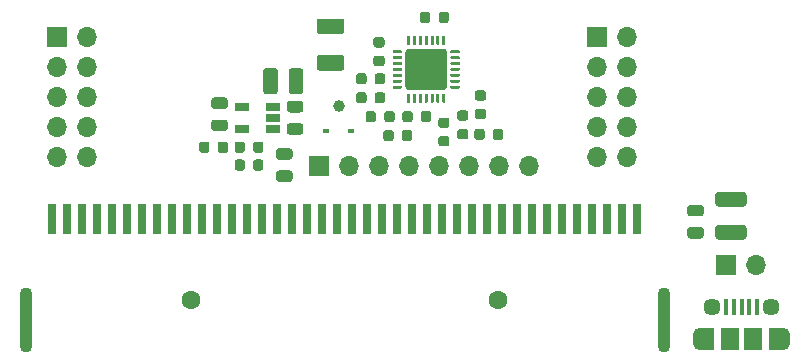
<source format=gbr>
%TF.GenerationSoftware,KiCad,Pcbnew,5.99.0-unknown-4354fa7bd~104~ubuntu20.04.1*%
%TF.CreationDate,2020-09-06T22:51:51+02:00*%
%TF.ProjectId,matrixctl,6d617472-6978-4637-946c-2e6b69636164,rev?*%
%TF.SameCoordinates,Original*%
%TF.FileFunction,Soldermask,Top*%
%TF.FilePolarity,Negative*%
%FSLAX46Y46*%
G04 Gerber Fmt 4.6, Leading zero omitted, Abs format (unit mm)*
G04 Created by KiCad (PCBNEW 5.99.0-unknown-4354fa7bd~104~ubuntu20.04.1) date 2020-09-06 22:51:51*
%MOMM*%
%LPD*%
G01*
G04 APERTURE LIST*
%ADD10R,1.700000X1.700000*%
%ADD11O,1.700000X1.700000*%
%ADD12C,1.000000*%
%ADD13R,0.600000X0.450000*%
%ADD14R,1.220000X0.650000*%
%ADD15C,1.600000*%
%ADD16R,0.800000X2.500000*%
%ADD17O,1.100000X5.500000*%
%ADD18R,0.400000X1.350000*%
%ADD19R,1.200000X1.900000*%
%ADD20C,1.450000*%
%ADD21R,1.500000X1.900000*%
%ADD22O,1.200000X1.900000*%
G04 APERTURE END LIST*
%TO.C,R106*%
G36*
G01*
X131543750Y-113675000D02*
X132056250Y-113675000D01*
G75*
G02*
X132275000Y-113893750I0J-218750D01*
G01*
X132275000Y-114331250D01*
G75*
G02*
X132056250Y-114550000I-218750J0D01*
G01*
X131543750Y-114550000D01*
G75*
G02*
X131325000Y-114331250I0J218750D01*
G01*
X131325000Y-113893750D01*
G75*
G02*
X131543750Y-113675000I218750J0D01*
G01*
G37*
G36*
G01*
X131543750Y-115250000D02*
X132056250Y-115250000D01*
G75*
G02*
X132275000Y-115468750I0J-218750D01*
G01*
X132275000Y-115906250D01*
G75*
G02*
X132056250Y-116125000I-218750J0D01*
G01*
X131543750Y-116125000D01*
G75*
G02*
X131325000Y-115906250I0J218750D01*
G01*
X131325000Y-115468750D01*
G75*
G02*
X131543750Y-115250000I218750J0D01*
G01*
G37*
%TD*%
%TO.C,R2*%
G36*
G01*
X113525000Y-115943750D02*
X113525000Y-116456250D01*
G75*
G02*
X113306250Y-116675000I-218750J0D01*
G01*
X112868750Y-116675000D01*
G75*
G02*
X112650000Y-116456250I0J218750D01*
G01*
X112650000Y-115943750D01*
G75*
G02*
X112868750Y-115725000I218750J0D01*
G01*
X113306250Y-115725000D01*
G75*
G02*
X113525000Y-115943750I0J-218750D01*
G01*
G37*
G36*
G01*
X111950000Y-115943750D02*
X111950000Y-116456250D01*
G75*
G02*
X111731250Y-116675000I-218750J0D01*
G01*
X111293750Y-116675000D01*
G75*
G02*
X111075000Y-116456250I0J218750D01*
G01*
X111075000Y-115943750D01*
G75*
G02*
X111293750Y-115725000I218750J0D01*
G01*
X111731250Y-115725000D01*
G75*
G02*
X111950000Y-115943750I0J-218750D01*
G01*
G37*
%TD*%
%TO.C,FB102*%
G36*
G01*
X118756250Y-119125000D02*
X117843750Y-119125000D01*
G75*
G02*
X117600000Y-118881250I0J243750D01*
G01*
X117600000Y-118393750D01*
G75*
G02*
X117843750Y-118150000I243750J0D01*
G01*
X118756250Y-118150000D01*
G75*
G02*
X119000000Y-118393750I0J-243750D01*
G01*
X119000000Y-118881250D01*
G75*
G02*
X118756250Y-119125000I-243750J0D01*
G01*
G37*
G36*
G01*
X118756250Y-117250000D02*
X117843750Y-117250000D01*
G75*
G02*
X117600000Y-117006250I0J243750D01*
G01*
X117600000Y-116518750D01*
G75*
G02*
X117843750Y-116275000I243750J0D01*
G01*
X118756250Y-116275000D01*
G75*
G02*
X119000000Y-116518750I0J-243750D01*
G01*
X119000000Y-117006250D01*
G75*
G02*
X118756250Y-117250000I-243750J0D01*
G01*
G37*
%TD*%
D10*
%TO.C,J103*%
X121200000Y-117800000D03*
D11*
X123740000Y-117800000D03*
X126280000Y-117800000D03*
X128820000Y-117800000D03*
X131360000Y-117800000D03*
X133900000Y-117800000D03*
X136440000Y-117800000D03*
X138980000Y-117800000D03*
%TD*%
%TO.C,C2*%
G36*
G01*
X116525000Y-115943750D02*
X116525000Y-116456250D01*
G75*
G02*
X116306250Y-116675000I-218750J0D01*
G01*
X115868750Y-116675000D01*
G75*
G02*
X115650000Y-116456250I0J218750D01*
G01*
X115650000Y-115943750D01*
G75*
G02*
X115868750Y-115725000I218750J0D01*
G01*
X116306250Y-115725000D01*
G75*
G02*
X116525000Y-115943750I0J-218750D01*
G01*
G37*
G36*
G01*
X114950000Y-115943750D02*
X114950000Y-116456250D01*
G75*
G02*
X114731250Y-116675000I-218750J0D01*
G01*
X114293750Y-116675000D01*
G75*
G02*
X114075000Y-116456250I0J218750D01*
G01*
X114075000Y-115943750D01*
G75*
G02*
X114293750Y-115725000I218750J0D01*
G01*
X114731250Y-115725000D01*
G75*
G02*
X114950000Y-115943750I0J-218750D01*
G01*
G37*
%TD*%
%TO.C,C101*%
G36*
G01*
X123125000Y-109700000D02*
X121275000Y-109700000D01*
G75*
G02*
X121025000Y-109450000I0J250000D01*
G01*
X121025000Y-108625000D01*
G75*
G02*
X121275000Y-108375000I250000J0D01*
G01*
X123125000Y-108375000D01*
G75*
G02*
X123375000Y-108625000I0J-250000D01*
G01*
X123375000Y-109450000D01*
G75*
G02*
X123125000Y-109700000I-250000J0D01*
G01*
G37*
G36*
G01*
X123125000Y-106625000D02*
X121275000Y-106625000D01*
G75*
G02*
X121025000Y-106375000I0J250000D01*
G01*
X121025000Y-105550000D01*
G75*
G02*
X121275000Y-105300000I250000J0D01*
G01*
X123125000Y-105300000D01*
G75*
G02*
X123375000Y-105550000I0J-250000D01*
G01*
X123375000Y-106375000D01*
G75*
G02*
X123125000Y-106625000I-250000J0D01*
G01*
G37*
%TD*%
%TO.C,R112*%
G36*
G01*
X133656250Y-115525000D02*
X133143750Y-115525000D01*
G75*
G02*
X132925000Y-115306250I0J218750D01*
G01*
X132925000Y-114868750D01*
G75*
G02*
X133143750Y-114650000I218750J0D01*
G01*
X133656250Y-114650000D01*
G75*
G02*
X133875000Y-114868750I0J-218750D01*
G01*
X133875000Y-115306250D01*
G75*
G02*
X133656250Y-115525000I-218750J0D01*
G01*
G37*
G36*
G01*
X133656250Y-113950000D02*
X133143750Y-113950000D01*
G75*
G02*
X132925000Y-113731250I0J218750D01*
G01*
X132925000Y-113293750D01*
G75*
G02*
X133143750Y-113075000I218750J0D01*
G01*
X133656250Y-113075000D01*
G75*
G02*
X133875000Y-113293750I0J-218750D01*
G01*
X133875000Y-113731250D01*
G75*
G02*
X133656250Y-113950000I-218750J0D01*
G01*
G37*
%TD*%
%TO.C,R103*%
G36*
G01*
X128275000Y-113856250D02*
X128275000Y-113343750D01*
G75*
G02*
X128493750Y-113125000I218750J0D01*
G01*
X128931250Y-113125000D01*
G75*
G02*
X129150000Y-113343750I0J-218750D01*
G01*
X129150000Y-113856250D01*
G75*
G02*
X128931250Y-114075000I-218750J0D01*
G01*
X128493750Y-114075000D01*
G75*
G02*
X128275000Y-113856250I0J218750D01*
G01*
G37*
G36*
G01*
X129850000Y-113856250D02*
X129850000Y-113343750D01*
G75*
G02*
X130068750Y-113125000I218750J0D01*
G01*
X130506250Y-113125000D01*
G75*
G02*
X130725000Y-113343750I0J-218750D01*
G01*
X130725000Y-113856250D01*
G75*
G02*
X130506250Y-114075000I-218750J0D01*
G01*
X130068750Y-114075000D01*
G75*
G02*
X129850000Y-113856250I0J218750D01*
G01*
G37*
%TD*%
D12*
%TO.C,TP101*%
X122900000Y-112700000D03*
%TD*%
%TO.C,R1*%
G36*
G01*
X116525000Y-117443750D02*
X116525000Y-117956250D01*
G75*
G02*
X116306250Y-118175000I-218750J0D01*
G01*
X115868750Y-118175000D01*
G75*
G02*
X115650000Y-117956250I0J218750D01*
G01*
X115650000Y-117443750D01*
G75*
G02*
X115868750Y-117225000I218750J0D01*
G01*
X116306250Y-117225000D01*
G75*
G02*
X116525000Y-117443750I0J-218750D01*
G01*
G37*
G36*
G01*
X114950000Y-117443750D02*
X114950000Y-117956250D01*
G75*
G02*
X114731250Y-118175000I-218750J0D01*
G01*
X114293750Y-118175000D01*
G75*
G02*
X114075000Y-117956250I0J218750D01*
G01*
X114075000Y-117443750D01*
G75*
G02*
X114293750Y-117225000I218750J0D01*
G01*
X114731250Y-117225000D01*
G75*
G02*
X114950000Y-117443750I0J-218750D01*
G01*
G37*
%TD*%
%TO.C,C3*%
G36*
G01*
X112343750Y-111975000D02*
X113256250Y-111975000D01*
G75*
G02*
X113500000Y-112218750I0J-243750D01*
G01*
X113500000Y-112706250D01*
G75*
G02*
X113256250Y-112950000I-243750J0D01*
G01*
X112343750Y-112950000D01*
G75*
G02*
X112100000Y-112706250I0J243750D01*
G01*
X112100000Y-112218750D01*
G75*
G02*
X112343750Y-111975000I243750J0D01*
G01*
G37*
G36*
G01*
X112343750Y-113850000D02*
X113256250Y-113850000D01*
G75*
G02*
X113500000Y-114093750I0J-243750D01*
G01*
X113500000Y-114581250D01*
G75*
G02*
X113256250Y-114825000I-243750J0D01*
G01*
X112343750Y-114825000D01*
G75*
G02*
X112100000Y-114581250I0J243750D01*
G01*
X112100000Y-114093750D01*
G75*
G02*
X112343750Y-113850000I243750J0D01*
G01*
G37*
%TD*%
%TO.C,R101*%
G36*
G01*
X134375000Y-115356250D02*
X134375000Y-114843750D01*
G75*
G02*
X134593750Y-114625000I218750J0D01*
G01*
X135031250Y-114625000D01*
G75*
G02*
X135250000Y-114843750I0J-218750D01*
G01*
X135250000Y-115356250D01*
G75*
G02*
X135031250Y-115575000I-218750J0D01*
G01*
X134593750Y-115575000D01*
G75*
G02*
X134375000Y-115356250I0J218750D01*
G01*
G37*
G36*
G01*
X135950000Y-115356250D02*
X135950000Y-114843750D01*
G75*
G02*
X136168750Y-114625000I218750J0D01*
G01*
X136606250Y-114625000D01*
G75*
G02*
X136825000Y-114843750I0J-218750D01*
G01*
X136825000Y-115356250D01*
G75*
G02*
X136606250Y-115575000I-218750J0D01*
G01*
X136168750Y-115575000D01*
G75*
G02*
X135950000Y-115356250I0J218750D01*
G01*
G37*
%TD*%
%TO.C,L1*%
G36*
G01*
X116500000Y-111450000D02*
X116500000Y-109750000D01*
G75*
G02*
X116750000Y-109500000I250000J0D01*
G01*
X117500000Y-109500000D01*
G75*
G02*
X117750000Y-109750000I0J-250000D01*
G01*
X117750000Y-111450000D01*
G75*
G02*
X117500000Y-111700000I-250000J0D01*
G01*
X116750000Y-111700000D01*
G75*
G02*
X116500000Y-111450000I0J250000D01*
G01*
G37*
G36*
G01*
X118650000Y-111450000D02*
X118650000Y-109750000D01*
G75*
G02*
X118900000Y-109500000I250000J0D01*
G01*
X119650000Y-109500000D01*
G75*
G02*
X119900000Y-109750000I0J-250000D01*
G01*
X119900000Y-111450000D01*
G75*
G02*
X119650000Y-111700000I-250000J0D01*
G01*
X118900000Y-111700000D01*
G75*
G02*
X118650000Y-111450000I0J250000D01*
G01*
G37*
%TD*%
D13*
%TO.C,D101*%
X123950000Y-114800000D03*
X121850000Y-114800000D03*
%TD*%
%TO.C,FB101*%
G36*
G01*
X153556250Y-123925000D02*
X152643750Y-123925000D01*
G75*
G02*
X152400000Y-123681250I0J243750D01*
G01*
X152400000Y-123193750D01*
G75*
G02*
X152643750Y-122950000I243750J0D01*
G01*
X153556250Y-122950000D01*
G75*
G02*
X153800000Y-123193750I0J-243750D01*
G01*
X153800000Y-123681250D01*
G75*
G02*
X153556250Y-123925000I-243750J0D01*
G01*
G37*
G36*
G01*
X153556250Y-122050000D02*
X152643750Y-122050000D01*
G75*
G02*
X152400000Y-121806250I0J243750D01*
G01*
X152400000Y-121318750D01*
G75*
G02*
X152643750Y-121075000I243750J0D01*
G01*
X153556250Y-121075000D01*
G75*
G02*
X153800000Y-121318750I0J-243750D01*
G01*
X153800000Y-121806250D01*
G75*
G02*
X153556250Y-122050000I-243750J0D01*
G01*
G37*
%TD*%
%TO.C,R102*%
G36*
G01*
X135156250Y-113825000D02*
X134643750Y-113825000D01*
G75*
G02*
X134425000Y-113606250I0J218750D01*
G01*
X134425000Y-113168750D01*
G75*
G02*
X134643750Y-112950000I218750J0D01*
G01*
X135156250Y-112950000D01*
G75*
G02*
X135375000Y-113168750I0J-218750D01*
G01*
X135375000Y-113606250D01*
G75*
G02*
X135156250Y-113825000I-218750J0D01*
G01*
G37*
G36*
G01*
X135156250Y-112250000D02*
X134643750Y-112250000D01*
G75*
G02*
X134425000Y-112031250I0J218750D01*
G01*
X134425000Y-111593750D01*
G75*
G02*
X134643750Y-111375000I218750J0D01*
G01*
X135156250Y-111375000D01*
G75*
G02*
X135375000Y-111593750I0J-218750D01*
G01*
X135375000Y-112031250D01*
G75*
G02*
X135156250Y-112250000I-218750J0D01*
G01*
G37*
%TD*%
%TO.C,C105*%
G36*
G01*
X127625000Y-113343750D02*
X127625000Y-113856250D01*
G75*
G02*
X127406250Y-114075000I-218750J0D01*
G01*
X126968750Y-114075000D01*
G75*
G02*
X126750000Y-113856250I0J218750D01*
G01*
X126750000Y-113343750D01*
G75*
G02*
X126968750Y-113125000I218750J0D01*
G01*
X127406250Y-113125000D01*
G75*
G02*
X127625000Y-113343750I0J-218750D01*
G01*
G37*
G36*
G01*
X126050000Y-113343750D02*
X126050000Y-113856250D01*
G75*
G02*
X125831250Y-114075000I-218750J0D01*
G01*
X125393750Y-114075000D01*
G75*
G02*
X125175000Y-113856250I0J218750D01*
G01*
X125175000Y-113343750D01*
G75*
G02*
X125393750Y-113125000I218750J0D01*
G01*
X125831250Y-113125000D01*
G75*
G02*
X126050000Y-113343750I0J-218750D01*
G01*
G37*
%TD*%
%TO.C,F1*%
G36*
G01*
X155025000Y-119975000D02*
X157175000Y-119975000D01*
G75*
G02*
X157425000Y-120225000I0J-250000D01*
G01*
X157425000Y-120975000D01*
G75*
G02*
X157175000Y-121225000I-250000J0D01*
G01*
X155025000Y-121225000D01*
G75*
G02*
X154775000Y-120975000I0J250000D01*
G01*
X154775000Y-120225000D01*
G75*
G02*
X155025000Y-119975000I250000J0D01*
G01*
G37*
G36*
G01*
X155025000Y-122775000D02*
X157175000Y-122775000D01*
G75*
G02*
X157425000Y-123025000I0J-250000D01*
G01*
X157425000Y-123775000D01*
G75*
G02*
X157175000Y-124025000I-250000J0D01*
G01*
X155025000Y-124025000D01*
G75*
G02*
X154775000Y-123775000I0J250000D01*
G01*
X154775000Y-123025000D01*
G75*
G02*
X155025000Y-122775000I250000J0D01*
G01*
G37*
%TD*%
%TO.C,C103*%
G36*
G01*
X129775000Y-105456250D02*
X129775000Y-104943750D01*
G75*
G02*
X129993750Y-104725000I218750J0D01*
G01*
X130431250Y-104725000D01*
G75*
G02*
X130650000Y-104943750I0J-218750D01*
G01*
X130650000Y-105456250D01*
G75*
G02*
X130431250Y-105675000I-218750J0D01*
G01*
X129993750Y-105675000D01*
G75*
G02*
X129775000Y-105456250I0J218750D01*
G01*
G37*
G36*
G01*
X131350000Y-105456250D02*
X131350000Y-104943750D01*
G75*
G02*
X131568750Y-104725000I218750J0D01*
G01*
X132006250Y-104725000D01*
G75*
G02*
X132225000Y-104943750I0J-218750D01*
G01*
X132225000Y-105456250D01*
G75*
G02*
X132006250Y-105675000I-218750J0D01*
G01*
X131568750Y-105675000D01*
G75*
G02*
X131350000Y-105456250I0J218750D01*
G01*
G37*
%TD*%
%TO.C,R105*%
G36*
G01*
X126825000Y-110143750D02*
X126825000Y-110656250D01*
G75*
G02*
X126606250Y-110875000I-218750J0D01*
G01*
X126168750Y-110875000D01*
G75*
G02*
X125950000Y-110656250I0J218750D01*
G01*
X125950000Y-110143750D01*
G75*
G02*
X126168750Y-109925000I218750J0D01*
G01*
X126606250Y-109925000D01*
G75*
G02*
X126825000Y-110143750I0J-218750D01*
G01*
G37*
G36*
G01*
X125250000Y-110143750D02*
X125250000Y-110656250D01*
G75*
G02*
X125031250Y-110875000I-218750J0D01*
G01*
X124593750Y-110875000D01*
G75*
G02*
X124375000Y-110656250I0J218750D01*
G01*
X124375000Y-110143750D01*
G75*
G02*
X124593750Y-109925000I218750J0D01*
G01*
X125031250Y-109925000D01*
G75*
G02*
X125250000Y-110143750I0J-218750D01*
G01*
G37*
%TD*%
D14*
%TO.C,U1*%
X117310000Y-114650000D03*
X117310000Y-113700000D03*
X117310000Y-112750000D03*
X114690000Y-112750000D03*
X114690000Y-114650000D03*
%TD*%
%TO.C,C1*%
G36*
G01*
X118743750Y-112275000D02*
X119656250Y-112275000D01*
G75*
G02*
X119900000Y-112518750I0J-243750D01*
G01*
X119900000Y-113006250D01*
G75*
G02*
X119656250Y-113250000I-243750J0D01*
G01*
X118743750Y-113250000D01*
G75*
G02*
X118500000Y-113006250I0J243750D01*
G01*
X118500000Y-112518750D01*
G75*
G02*
X118743750Y-112275000I243750J0D01*
G01*
G37*
G36*
G01*
X118743750Y-114150000D02*
X119656250Y-114150000D01*
G75*
G02*
X119900000Y-114393750I0J-243750D01*
G01*
X119900000Y-114881250D01*
G75*
G02*
X119656250Y-115125000I-243750J0D01*
G01*
X118743750Y-115125000D01*
G75*
G02*
X118500000Y-114881250I0J243750D01*
G01*
X118500000Y-114393750D01*
G75*
G02*
X118743750Y-114150000I243750J0D01*
G01*
G37*
%TD*%
D10*
%TO.C,J1*%
X155700000Y-126200000D03*
D11*
X158240000Y-126200000D03*
%TD*%
D15*
%TO.C,U2*%
X136400000Y-129150000D03*
X110400000Y-129150000D03*
D16*
X148165000Y-122300000D03*
X146895000Y-122300000D03*
X145625000Y-122300000D03*
X144355000Y-122300000D03*
X143085000Y-122300000D03*
X141815000Y-122300000D03*
X140545000Y-122300000D03*
X139275000Y-122300000D03*
X138005000Y-122300000D03*
X136735000Y-122300000D03*
X135465000Y-122300000D03*
X134195000Y-122300000D03*
X132925000Y-122300000D03*
X131655000Y-122300000D03*
X130385000Y-122300000D03*
X129115000Y-122300000D03*
X127845000Y-122300000D03*
X126575000Y-122300000D03*
X125305000Y-122300000D03*
X124035000Y-122300000D03*
X122765000Y-122300000D03*
X121495000Y-122300000D03*
X120225000Y-122300000D03*
X118955000Y-122300000D03*
X117685000Y-122300000D03*
X116415000Y-122300000D03*
X115145000Y-122300000D03*
X113875000Y-122300000D03*
X112605000Y-122300000D03*
X111335000Y-122300000D03*
X110065000Y-122300000D03*
X108795000Y-122300000D03*
X107525000Y-122300000D03*
X106255000Y-122300000D03*
X104985000Y-122300000D03*
X103715000Y-122300000D03*
X102445000Y-122300000D03*
X101175000Y-122300000D03*
X99905000Y-122300000D03*
X98635000Y-122300000D03*
D17*
X150400000Y-130810000D03*
X96400000Y-130810000D03*
%TD*%
%TO.C,R104*%
G36*
G01*
X126675000Y-115456250D02*
X126675000Y-114943750D01*
G75*
G02*
X126893750Y-114725000I218750J0D01*
G01*
X127331250Y-114725000D01*
G75*
G02*
X127550000Y-114943750I0J-218750D01*
G01*
X127550000Y-115456250D01*
G75*
G02*
X127331250Y-115675000I-218750J0D01*
G01*
X126893750Y-115675000D01*
G75*
G02*
X126675000Y-115456250I0J218750D01*
G01*
G37*
G36*
G01*
X128250000Y-115456250D02*
X128250000Y-114943750D01*
G75*
G02*
X128468750Y-114725000I218750J0D01*
G01*
X128906250Y-114725000D01*
G75*
G02*
X129125000Y-114943750I0J-218750D01*
G01*
X129125000Y-115456250D01*
G75*
G02*
X128906250Y-115675000I-218750J0D01*
G01*
X128468750Y-115675000D01*
G75*
G02*
X128250000Y-115456250I0J218750D01*
G01*
G37*
%TD*%
D18*
%TO.C,J104*%
X155700000Y-129737500D03*
X156350000Y-129737500D03*
X157000000Y-129737500D03*
X157650000Y-129737500D03*
X158300000Y-129737500D03*
D19*
X154100000Y-132437500D03*
D20*
X154500000Y-129737500D03*
D21*
X156000000Y-132437500D03*
D20*
X159500000Y-129737500D03*
D22*
X153500000Y-132437500D03*
D19*
X159900000Y-132437500D03*
D22*
X160500000Y-132437500D03*
D21*
X158000000Y-132437500D03*
%TD*%
%TO.C,C102*%
G36*
G01*
X126556250Y-109325000D02*
X126043750Y-109325000D01*
G75*
G02*
X125825000Y-109106250I0J218750D01*
G01*
X125825000Y-108668750D01*
G75*
G02*
X126043750Y-108450000I218750J0D01*
G01*
X126556250Y-108450000D01*
G75*
G02*
X126775000Y-108668750I0J-218750D01*
G01*
X126775000Y-109106250D01*
G75*
G02*
X126556250Y-109325000I-218750J0D01*
G01*
G37*
G36*
G01*
X126556250Y-107750000D02*
X126043750Y-107750000D01*
G75*
G02*
X125825000Y-107531250I0J218750D01*
G01*
X125825000Y-107093750D01*
G75*
G02*
X126043750Y-106875000I218750J0D01*
G01*
X126556250Y-106875000D01*
G75*
G02*
X126775000Y-107093750I0J-218750D01*
G01*
X126775000Y-107531250D01*
G75*
G02*
X126556250Y-107750000I-218750J0D01*
G01*
G37*
%TD*%
%TO.C,U101*%
G36*
G01*
X133150000Y-111037500D02*
X133150000Y-111162500D01*
G75*
G02*
X133087500Y-111225000I-62500J0D01*
G01*
X132412500Y-111225000D01*
G75*
G02*
X132350000Y-111162500I0J62500D01*
G01*
X132350000Y-111037500D01*
G75*
G02*
X132412500Y-110975000I62500J0D01*
G01*
X133087500Y-110975000D01*
G75*
G02*
X133150000Y-111037500I0J-62500D01*
G01*
G37*
G36*
G01*
X133150000Y-110537500D02*
X133150000Y-110662500D01*
G75*
G02*
X133087500Y-110725000I-62500J0D01*
G01*
X132412500Y-110725000D01*
G75*
G02*
X132350000Y-110662500I0J62500D01*
G01*
X132350000Y-110537500D01*
G75*
G02*
X132412500Y-110475000I62500J0D01*
G01*
X133087500Y-110475000D01*
G75*
G02*
X133150000Y-110537500I0J-62500D01*
G01*
G37*
G36*
G01*
X133150000Y-110037500D02*
X133150000Y-110162500D01*
G75*
G02*
X133087500Y-110225000I-62500J0D01*
G01*
X132412500Y-110225000D01*
G75*
G02*
X132350000Y-110162500I0J62500D01*
G01*
X132350000Y-110037500D01*
G75*
G02*
X132412500Y-109975000I62500J0D01*
G01*
X133087500Y-109975000D01*
G75*
G02*
X133150000Y-110037500I0J-62500D01*
G01*
G37*
G36*
G01*
X133150000Y-109537500D02*
X133150000Y-109662500D01*
G75*
G02*
X133087500Y-109725000I-62500J0D01*
G01*
X132412500Y-109725000D01*
G75*
G02*
X132350000Y-109662500I0J62500D01*
G01*
X132350000Y-109537500D01*
G75*
G02*
X132412500Y-109475000I62500J0D01*
G01*
X133087500Y-109475000D01*
G75*
G02*
X133150000Y-109537500I0J-62500D01*
G01*
G37*
G36*
G01*
X133150000Y-109037500D02*
X133150000Y-109162500D01*
G75*
G02*
X133087500Y-109225000I-62500J0D01*
G01*
X132412500Y-109225000D01*
G75*
G02*
X132350000Y-109162500I0J62500D01*
G01*
X132350000Y-109037500D01*
G75*
G02*
X132412500Y-108975000I62500J0D01*
G01*
X133087500Y-108975000D01*
G75*
G02*
X133150000Y-109037500I0J-62500D01*
G01*
G37*
G36*
G01*
X133150000Y-108537500D02*
X133150000Y-108662500D01*
G75*
G02*
X133087500Y-108725000I-62500J0D01*
G01*
X132412500Y-108725000D01*
G75*
G02*
X132350000Y-108662500I0J62500D01*
G01*
X132350000Y-108537500D01*
G75*
G02*
X132412500Y-108475000I62500J0D01*
G01*
X133087500Y-108475000D01*
G75*
G02*
X133150000Y-108537500I0J-62500D01*
G01*
G37*
G36*
G01*
X133150000Y-108037500D02*
X133150000Y-108162500D01*
G75*
G02*
X133087500Y-108225000I-62500J0D01*
G01*
X132412500Y-108225000D01*
G75*
G02*
X132350000Y-108162500I0J62500D01*
G01*
X132350000Y-108037500D01*
G75*
G02*
X132412500Y-107975000I62500J0D01*
G01*
X133087500Y-107975000D01*
G75*
G02*
X133150000Y-108037500I0J-62500D01*
G01*
G37*
G36*
G01*
X131925000Y-106812500D02*
X131925000Y-107487500D01*
G75*
G02*
X131862500Y-107550000I-62500J0D01*
G01*
X131737500Y-107550000D01*
G75*
G02*
X131675000Y-107487500I0J62500D01*
G01*
X131675000Y-106812500D01*
G75*
G02*
X131737500Y-106750000I62500J0D01*
G01*
X131862500Y-106750000D01*
G75*
G02*
X131925000Y-106812500I0J-62500D01*
G01*
G37*
G36*
G01*
X131425000Y-106812500D02*
X131425000Y-107487500D01*
G75*
G02*
X131362500Y-107550000I-62500J0D01*
G01*
X131237500Y-107550000D01*
G75*
G02*
X131175000Y-107487500I0J62500D01*
G01*
X131175000Y-106812500D01*
G75*
G02*
X131237500Y-106750000I62500J0D01*
G01*
X131362500Y-106750000D01*
G75*
G02*
X131425000Y-106812500I0J-62500D01*
G01*
G37*
G36*
G01*
X130925000Y-106812500D02*
X130925000Y-107487500D01*
G75*
G02*
X130862500Y-107550000I-62500J0D01*
G01*
X130737500Y-107550000D01*
G75*
G02*
X130675000Y-107487500I0J62500D01*
G01*
X130675000Y-106812500D01*
G75*
G02*
X130737500Y-106750000I62500J0D01*
G01*
X130862500Y-106750000D01*
G75*
G02*
X130925000Y-106812500I0J-62500D01*
G01*
G37*
G36*
G01*
X130425000Y-106812500D02*
X130425000Y-107487500D01*
G75*
G02*
X130362500Y-107550000I-62500J0D01*
G01*
X130237500Y-107550000D01*
G75*
G02*
X130175000Y-107487500I0J62500D01*
G01*
X130175000Y-106812500D01*
G75*
G02*
X130237500Y-106750000I62500J0D01*
G01*
X130362500Y-106750000D01*
G75*
G02*
X130425000Y-106812500I0J-62500D01*
G01*
G37*
G36*
G01*
X129925000Y-106812500D02*
X129925000Y-107487500D01*
G75*
G02*
X129862500Y-107550000I-62500J0D01*
G01*
X129737500Y-107550000D01*
G75*
G02*
X129675000Y-107487500I0J62500D01*
G01*
X129675000Y-106812500D01*
G75*
G02*
X129737500Y-106750000I62500J0D01*
G01*
X129862500Y-106750000D01*
G75*
G02*
X129925000Y-106812500I0J-62500D01*
G01*
G37*
G36*
G01*
X129425000Y-106812500D02*
X129425000Y-107487500D01*
G75*
G02*
X129362500Y-107550000I-62500J0D01*
G01*
X129237500Y-107550000D01*
G75*
G02*
X129175000Y-107487500I0J62500D01*
G01*
X129175000Y-106812500D01*
G75*
G02*
X129237500Y-106750000I62500J0D01*
G01*
X129362500Y-106750000D01*
G75*
G02*
X129425000Y-106812500I0J-62500D01*
G01*
G37*
G36*
G01*
X128925000Y-106812500D02*
X128925000Y-107487500D01*
G75*
G02*
X128862500Y-107550000I-62500J0D01*
G01*
X128737500Y-107550000D01*
G75*
G02*
X128675000Y-107487500I0J62500D01*
G01*
X128675000Y-106812500D01*
G75*
G02*
X128737500Y-106750000I62500J0D01*
G01*
X128862500Y-106750000D01*
G75*
G02*
X128925000Y-106812500I0J-62500D01*
G01*
G37*
G36*
G01*
X128250000Y-108037500D02*
X128250000Y-108162500D01*
G75*
G02*
X128187500Y-108225000I-62500J0D01*
G01*
X127512500Y-108225000D01*
G75*
G02*
X127450000Y-108162500I0J62500D01*
G01*
X127450000Y-108037500D01*
G75*
G02*
X127512500Y-107975000I62500J0D01*
G01*
X128187500Y-107975000D01*
G75*
G02*
X128250000Y-108037500I0J-62500D01*
G01*
G37*
G36*
G01*
X128250000Y-108537500D02*
X128250000Y-108662500D01*
G75*
G02*
X128187500Y-108725000I-62500J0D01*
G01*
X127512500Y-108725000D01*
G75*
G02*
X127450000Y-108662500I0J62500D01*
G01*
X127450000Y-108537500D01*
G75*
G02*
X127512500Y-108475000I62500J0D01*
G01*
X128187500Y-108475000D01*
G75*
G02*
X128250000Y-108537500I0J-62500D01*
G01*
G37*
G36*
G01*
X128250000Y-109037500D02*
X128250000Y-109162500D01*
G75*
G02*
X128187500Y-109225000I-62500J0D01*
G01*
X127512500Y-109225000D01*
G75*
G02*
X127450000Y-109162500I0J62500D01*
G01*
X127450000Y-109037500D01*
G75*
G02*
X127512500Y-108975000I62500J0D01*
G01*
X128187500Y-108975000D01*
G75*
G02*
X128250000Y-109037500I0J-62500D01*
G01*
G37*
G36*
G01*
X128250000Y-109537500D02*
X128250000Y-109662500D01*
G75*
G02*
X128187500Y-109725000I-62500J0D01*
G01*
X127512500Y-109725000D01*
G75*
G02*
X127450000Y-109662500I0J62500D01*
G01*
X127450000Y-109537500D01*
G75*
G02*
X127512500Y-109475000I62500J0D01*
G01*
X128187500Y-109475000D01*
G75*
G02*
X128250000Y-109537500I0J-62500D01*
G01*
G37*
G36*
G01*
X128250000Y-110037500D02*
X128250000Y-110162500D01*
G75*
G02*
X128187500Y-110225000I-62500J0D01*
G01*
X127512500Y-110225000D01*
G75*
G02*
X127450000Y-110162500I0J62500D01*
G01*
X127450000Y-110037500D01*
G75*
G02*
X127512500Y-109975000I62500J0D01*
G01*
X128187500Y-109975000D01*
G75*
G02*
X128250000Y-110037500I0J-62500D01*
G01*
G37*
G36*
G01*
X128250000Y-110537500D02*
X128250000Y-110662500D01*
G75*
G02*
X128187500Y-110725000I-62500J0D01*
G01*
X127512500Y-110725000D01*
G75*
G02*
X127450000Y-110662500I0J62500D01*
G01*
X127450000Y-110537500D01*
G75*
G02*
X127512500Y-110475000I62500J0D01*
G01*
X128187500Y-110475000D01*
G75*
G02*
X128250000Y-110537500I0J-62500D01*
G01*
G37*
G36*
G01*
X128250000Y-111037500D02*
X128250000Y-111162500D01*
G75*
G02*
X128187500Y-111225000I-62500J0D01*
G01*
X127512500Y-111225000D01*
G75*
G02*
X127450000Y-111162500I0J62500D01*
G01*
X127450000Y-111037500D01*
G75*
G02*
X127512500Y-110975000I62500J0D01*
G01*
X128187500Y-110975000D01*
G75*
G02*
X128250000Y-111037500I0J-62500D01*
G01*
G37*
G36*
G01*
X128925000Y-111712500D02*
X128925000Y-112387500D01*
G75*
G02*
X128862500Y-112450000I-62500J0D01*
G01*
X128737500Y-112450000D01*
G75*
G02*
X128675000Y-112387500I0J62500D01*
G01*
X128675000Y-111712500D01*
G75*
G02*
X128737500Y-111650000I62500J0D01*
G01*
X128862500Y-111650000D01*
G75*
G02*
X128925000Y-111712500I0J-62500D01*
G01*
G37*
G36*
G01*
X129425000Y-111712500D02*
X129425000Y-112387500D01*
G75*
G02*
X129362500Y-112450000I-62500J0D01*
G01*
X129237500Y-112450000D01*
G75*
G02*
X129175000Y-112387500I0J62500D01*
G01*
X129175000Y-111712500D01*
G75*
G02*
X129237500Y-111650000I62500J0D01*
G01*
X129362500Y-111650000D01*
G75*
G02*
X129425000Y-111712500I0J-62500D01*
G01*
G37*
G36*
G01*
X129925000Y-111712500D02*
X129925000Y-112387500D01*
G75*
G02*
X129862500Y-112450000I-62500J0D01*
G01*
X129737500Y-112450000D01*
G75*
G02*
X129675000Y-112387500I0J62500D01*
G01*
X129675000Y-111712500D01*
G75*
G02*
X129737500Y-111650000I62500J0D01*
G01*
X129862500Y-111650000D01*
G75*
G02*
X129925000Y-111712500I0J-62500D01*
G01*
G37*
G36*
G01*
X130425000Y-111712500D02*
X130425000Y-112387500D01*
G75*
G02*
X130362500Y-112450000I-62500J0D01*
G01*
X130237500Y-112450000D01*
G75*
G02*
X130175000Y-112387500I0J62500D01*
G01*
X130175000Y-111712500D01*
G75*
G02*
X130237500Y-111650000I62500J0D01*
G01*
X130362500Y-111650000D01*
G75*
G02*
X130425000Y-111712500I0J-62500D01*
G01*
G37*
G36*
G01*
X130925000Y-111712500D02*
X130925000Y-112387500D01*
G75*
G02*
X130862500Y-112450000I-62500J0D01*
G01*
X130737500Y-112450000D01*
G75*
G02*
X130675000Y-112387500I0J62500D01*
G01*
X130675000Y-111712500D01*
G75*
G02*
X130737500Y-111650000I62500J0D01*
G01*
X130862500Y-111650000D01*
G75*
G02*
X130925000Y-111712500I0J-62500D01*
G01*
G37*
G36*
G01*
X131425000Y-111712500D02*
X131425000Y-112387500D01*
G75*
G02*
X131362500Y-112450000I-62500J0D01*
G01*
X131237500Y-112450000D01*
G75*
G02*
X131175000Y-112387500I0J62500D01*
G01*
X131175000Y-111712500D01*
G75*
G02*
X131237500Y-111650000I62500J0D01*
G01*
X131362500Y-111650000D01*
G75*
G02*
X131425000Y-111712500I0J-62500D01*
G01*
G37*
G36*
G01*
X131925000Y-111712500D02*
X131925000Y-112387500D01*
G75*
G02*
X131862500Y-112450000I-62500J0D01*
G01*
X131737500Y-112450000D01*
G75*
G02*
X131675000Y-112387500I0J62500D01*
G01*
X131675000Y-111712500D01*
G75*
G02*
X131737500Y-111650000I62500J0D01*
G01*
X131862500Y-111650000D01*
G75*
G02*
X131925000Y-111712500I0J-62500D01*
G01*
G37*
G36*
G01*
X132050000Y-108112500D02*
X132050000Y-111087500D01*
G75*
G02*
X131787500Y-111350000I-262500J0D01*
G01*
X128812500Y-111350000D01*
G75*
G02*
X128550000Y-111087500I0J262500D01*
G01*
X128550000Y-108112500D01*
G75*
G02*
X128812500Y-107850000I262500J0D01*
G01*
X131787500Y-107850000D01*
G75*
G02*
X132050000Y-108112500I0J-262500D01*
G01*
G37*
%TD*%
%TO.C,C104*%
G36*
G01*
X126825000Y-111743750D02*
X126825000Y-112256250D01*
G75*
G02*
X126606250Y-112475000I-218750J0D01*
G01*
X126168750Y-112475000D01*
G75*
G02*
X125950000Y-112256250I0J218750D01*
G01*
X125950000Y-111743750D01*
G75*
G02*
X126168750Y-111525000I218750J0D01*
G01*
X126606250Y-111525000D01*
G75*
G02*
X126825000Y-111743750I0J-218750D01*
G01*
G37*
G36*
G01*
X125250000Y-111743750D02*
X125250000Y-112256250D01*
G75*
G02*
X125031250Y-112475000I-218750J0D01*
G01*
X124593750Y-112475000D01*
G75*
G02*
X124375000Y-112256250I0J218750D01*
G01*
X124375000Y-111743750D01*
G75*
G02*
X124593750Y-111525000I218750J0D01*
G01*
X125031250Y-111525000D01*
G75*
G02*
X125250000Y-111743750I0J-218750D01*
G01*
G37*
%TD*%
D10*
%TO.C,J101*%
X99060000Y-106875000D03*
D11*
X101600000Y-106875000D03*
X99060000Y-109415000D03*
X101600000Y-109415000D03*
X99060000Y-111955000D03*
X101600000Y-111955000D03*
X99060000Y-114495000D03*
X101600000Y-114495000D03*
X99060000Y-117035000D03*
X101600000Y-117035000D03*
%TD*%
D10*
%TO.C,J102*%
X144780000Y-106875000D03*
D11*
X147320000Y-106875000D03*
X144780000Y-109415000D03*
X147320000Y-109415000D03*
X144780000Y-111955000D03*
X147320000Y-111955000D03*
X144780000Y-114495000D03*
X147320000Y-114495000D03*
X144780000Y-117035000D03*
X147320000Y-117035000D03*
%TD*%
M02*

</source>
